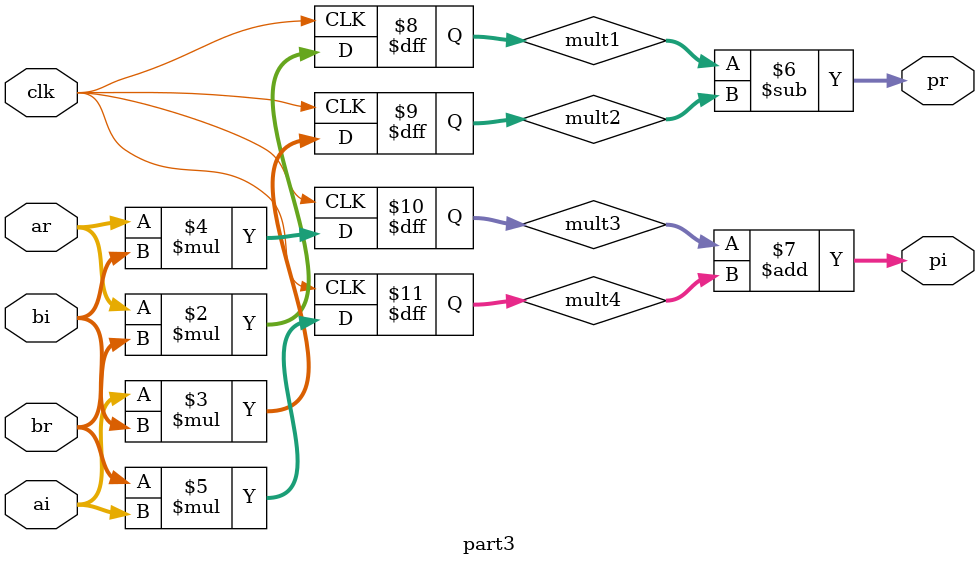
<source format=v>
module part3 #(parameter AWIDTH = 32, BWIDTH = 32)
(
    input clk,
    input signed [AWIDTH-1:0] ar, ai,
    input signed [BWIDTH-1:0] br, bi,
    output signed [AWIDTH+BWIDTH+1:0] pr, pi
    );
 
 
    reg [64:0] mult1, mult2, mult3, mult4;
    
    always @(posedge clk) begin
        mult1 <= ar*br;
        mult2 <= ai*bi;
        mult3 <= ar*bi;
        mult4 <= br*ai;
    end
    
 assign pr = mult1 - mult2;
 assign pi = mult3 + mult4;
 
    
endmodule

</source>
